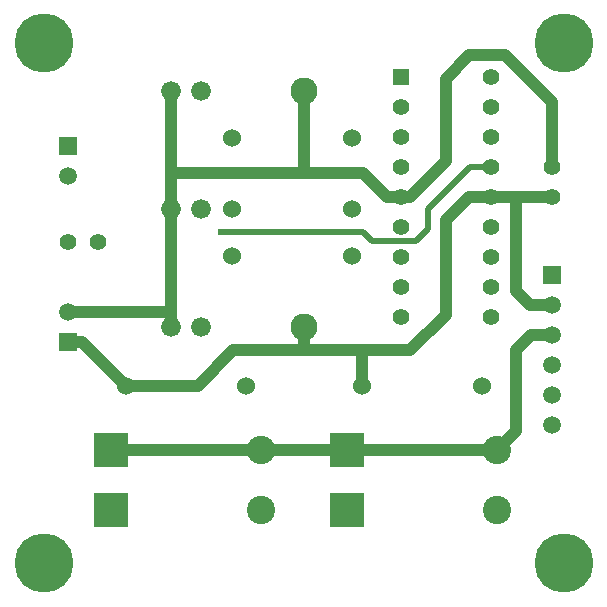
<source format=gbl>
G04 (created by PCBNEW (2013-07-07 BZR 4022)-stable) date 2015/03/10 23:42:26*
%MOIN*%
G04 Gerber Fmt 3.4, Leading zero omitted, Abs format*
%FSLAX34Y34*%
G01*
G70*
G90*
G04 APERTURE LIST*
%ADD10C,0.00629921*%
%ADD11C,0.09*%
%ADD12C,0.066*%
%ADD13C,0.0944882*%
%ADD14R,0.11811X0.11811*%
%ADD15C,0.19685*%
%ADD16R,0.055X0.055*%
%ADD17C,0.055*%
%ADD18C,0.06*%
%ADD19R,0.0590551X0.0590551*%
%ADD20C,0.0590551*%
%ADD21C,0.023622*%
%ADD22C,0.0393701*%
%ADD23C,0.019685*%
G04 APERTURE END LIST*
G54D10*
G54D11*
X49212Y-22440D03*
X49212Y-30314D03*
G54D12*
X45775Y-30314D03*
X44775Y-30314D03*
X45775Y-26377D03*
X44775Y-26377D03*
X45775Y-22440D03*
X44775Y-22440D03*
G54D13*
X55649Y-34433D03*
X55649Y-36433D03*
G54D14*
X50649Y-34433D03*
X50649Y-36433D03*
G54D13*
X47775Y-34433D03*
X47775Y-36433D03*
G54D14*
X42775Y-34433D03*
X42775Y-36433D03*
G54D15*
X40551Y-38188D03*
X57874Y-38188D03*
X40551Y-20866D03*
X57874Y-20866D03*
G54D16*
X52437Y-21984D03*
G54D17*
X52437Y-22984D03*
X52437Y-23984D03*
X52437Y-24984D03*
X52437Y-25984D03*
X52437Y-26984D03*
X52437Y-27984D03*
X52437Y-28984D03*
X52437Y-29984D03*
X55437Y-29984D03*
X55437Y-28984D03*
X55437Y-27984D03*
X55437Y-26984D03*
X55437Y-25984D03*
X55437Y-24984D03*
X55437Y-23984D03*
X55437Y-22984D03*
X55437Y-21984D03*
G54D18*
X47275Y-32283D03*
X43275Y-32283D03*
X55149Y-32283D03*
X51149Y-32283D03*
X50818Y-27952D03*
X46818Y-27952D03*
X50818Y-26377D03*
X46818Y-26377D03*
X50818Y-24015D03*
X46818Y-24015D03*
G54D17*
X57480Y-24992D03*
X57480Y-25992D03*
X41350Y-27480D03*
X42350Y-27480D03*
G54D19*
X57480Y-28602D03*
G54D20*
X57480Y-29602D03*
X57480Y-30602D03*
X57480Y-31602D03*
X57480Y-32602D03*
X57480Y-33602D03*
G54D19*
X41338Y-24303D03*
G54D20*
X41338Y-25303D03*
G54D19*
X41338Y-30814D03*
G54D20*
X41338Y-29814D03*
G54D21*
X46456Y-27165D03*
G54D22*
X41338Y-30814D02*
X41807Y-30814D01*
X41807Y-30814D02*
X43275Y-32283D01*
X57480Y-25992D02*
X56299Y-25992D01*
X56299Y-25992D02*
X56299Y-25984D01*
X51181Y-31102D02*
X52755Y-31102D01*
X54330Y-26377D02*
X54724Y-25984D01*
X54724Y-25984D02*
X55437Y-25984D01*
X53937Y-26771D02*
X54330Y-26377D01*
X53937Y-29921D02*
X53937Y-26771D01*
X52755Y-31102D02*
X53937Y-29921D01*
X49212Y-30314D02*
X49212Y-31102D01*
X49212Y-31102D02*
X50000Y-31102D01*
X50000Y-31102D02*
X51181Y-31102D01*
X43275Y-32283D02*
X45669Y-32283D01*
X46850Y-31102D02*
X49212Y-31102D01*
X45669Y-32283D02*
X46850Y-31102D01*
X51149Y-32283D02*
X51149Y-31102D01*
X51149Y-31102D02*
X51181Y-31102D01*
X57480Y-29602D02*
X56767Y-29602D01*
X56299Y-29133D02*
X56299Y-25984D01*
X56767Y-29602D02*
X56299Y-29133D01*
X55437Y-25984D02*
X56299Y-25984D01*
X41338Y-29814D02*
X44775Y-29814D01*
X42775Y-34433D02*
X47775Y-34433D01*
X57480Y-24992D02*
X57480Y-22834D01*
X54724Y-21259D02*
X55905Y-21259D01*
X55905Y-21259D02*
X57480Y-22834D01*
X53937Y-22047D02*
X54724Y-21259D01*
X52437Y-25984D02*
X52755Y-25984D01*
X53937Y-24803D02*
X53937Y-22047D01*
X52755Y-25984D02*
X53937Y-24803D01*
X57480Y-30602D02*
X56799Y-30602D01*
X56299Y-33783D02*
X55649Y-34433D01*
X56299Y-31102D02*
X56299Y-33783D01*
X56799Y-30602D02*
X56299Y-31102D01*
X42775Y-34433D02*
X50649Y-34433D01*
X50649Y-34433D02*
X55649Y-34433D01*
X49212Y-25196D02*
X44775Y-25196D01*
X44775Y-22440D02*
X44775Y-25196D01*
X44775Y-25196D02*
X44775Y-26377D01*
X44775Y-26377D02*
X44775Y-29814D01*
X44775Y-29814D02*
X44775Y-30314D01*
X49212Y-22440D02*
X49212Y-25196D01*
X51968Y-25984D02*
X52437Y-25984D01*
X51181Y-25196D02*
X51968Y-25984D01*
X49212Y-25196D02*
X51181Y-25196D01*
G54D23*
X50393Y-27165D02*
X51181Y-27165D01*
X55437Y-24984D02*
X54740Y-24984D01*
X52952Y-27460D02*
X51481Y-27465D01*
X50393Y-27165D02*
X46456Y-27165D01*
X53346Y-27066D02*
X52952Y-27460D01*
X53346Y-26377D02*
X53346Y-27066D01*
X54740Y-24984D02*
X53346Y-26377D01*
X51181Y-27165D02*
X51481Y-27465D01*
M02*

</source>
